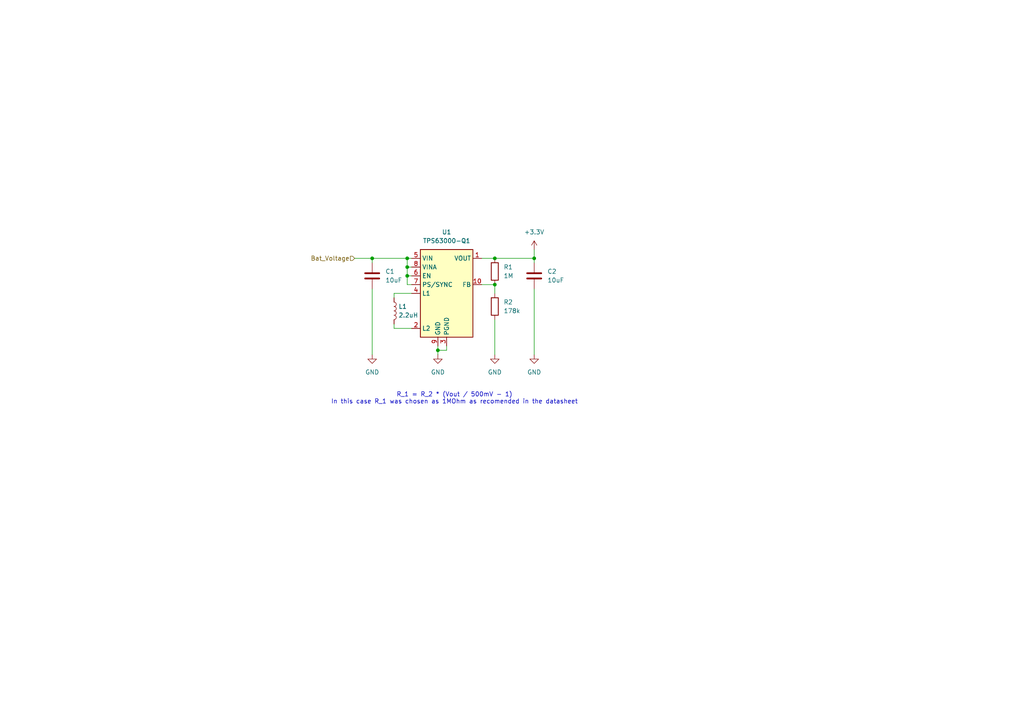
<source format=kicad_sch>
(kicad_sch (version 20250114) (generator "eeschema") (generator_version "9.0")
  (paper "A4")
  (lib_symbols
    (symbol "Device:C" (pin_numbers (hide yes)) (pin_names (offset 0.254))
      (property "Reference" "C" (at 0.635 2.54 0))
      (property "Value" "C" (at 0.635 -2.54 0))
      (symbol "C_0_1"
        (polyline (pts (xy -2.032 0.762) (xy 2.032 0.762)) (stroke (width 0.508)))
        (polyline (pts (xy -2.032 -0.762) (xy 2.032 -0.762)) (stroke (width 0.508)))
      )
      (symbol "C_1_1"
        (pin passive line (at 0 3.81 270) (length 2.794) (name "~") (number "1"))
        (pin passive line (at 0 -3.81 90) (length 2.794) (name "~") (number "2"))
      )
    )
    (symbol "Device:L" (pin_numbers (hide yes)) (pin_names (offset 1.016) (hide yes))
      (property "Reference" "L" (at -1.27 0 90))
      (property "Value" "L" (at 1.905 0 90))
      (symbol "L_0_1"
        (arc (start 0 2.54) (mid 0.6323 1.905) (end 0 1.27))
        (arc (start 0 1.27) (mid 0.6323 0.635) (end 0 0))
        (arc (start 0 0) (mid 0.6323 -0.635) (end 0 -1.27))
        (arc (start 0 -1.27) (mid 0.6323 -1.905) (end 0 -2.54))
      )
      (symbol "L_1_1"
        (pin passive line (at 0 3.81 270) (length 1.27) (name "1") (number "1"))
        (pin passive line (at 0 -3.81 90) (length 1.27) (name "2") (number "2"))
      )
    )
    (symbol "Device:R" (pin_numbers (hide yes)) (pin_names (offset 0))
      (property "Reference" "R" (at 2.032 0 90))
      (property "Value" "R" (at 0 0 90))
      (symbol "R_0_1"
        (rectangle (start -1.016 -2.54) (end 1.016 2.54) (stroke (width 0.254)))
      )
      (symbol "R_1_1"
        (pin passive line (at 0 3.81 270) (length 1.27) (name "~") (number "1"))
        (pin passive line (at 0 -3.81 90) (length 1.27) (name "~") (number "2"))
      )
    )
    (symbol "Regulator_Switching:TPS63000-Q1"
      (property "Reference" "U" (at -7.62 13.97 0))
      (property "Value" "TPS63000-Q1" (at 5.08 13.97 0))
      (symbol "TPS63000-Q1_0_1"
        (rectangle (start -7.62 12.7) (end 7.62 -12.7) (stroke (width 0.254)) (fill (type background)))
      )
      (symbol "TPS63000-Q1_1_1"
        (pin power_in line (at -10.16 10.16 0) (length 2.54) (name "VIN") (number "5"))
        (pin power_in line (at -10.16 7.62 0) (length 2.54) (name "VINA") (number "8"))
        (pin input line (at -10.16 5.08 0) (length 2.54) (name "EN") (number "6"))
        (pin input line (at -10.16 2.54 0) (length 2.54) (name "PS/SYNC") (number "7"))
        (pin input line (at -10.16 0 0) (length 2.54) (name "L1") (number "4"))
        (pin input line (at -10.16 -10.16 0) (length 2.54) (name "L2") (number "2"))
        (pin power_in line (at -2.54 -15.24 90) (length 2.54) (name "GND") (number "9"))
        (pin passive line (at 0 -15.24 90) (length 2.54) (hide yes) (name "PGND") (number "11"))
        (pin power_in line (at 0 -15.24 90) (length 2.54) (name "PGND") (number "3"))
        (pin power_out line (at 10.16 10.16 180) (length 2.54) (name "VOUT") (number "1"))
        (pin input line (at 10.16 2.54 180) (length 2.54) (name "FB") (number "10"))
      )
    )
    (symbol "power:+3.3V" (power) (pin_numbers (hide yes)) (pin_names (offset 0) (hide yes))
      (property "Value" "+3.3V" (at 0 3.556 0))
      (symbol "+3.3V_0_1"
        (polyline (pts (xy -0.762 1.27) (xy 0 2.54)))
        (polyline (pts (xy 0 2.54) (xy 0.762 1.27)))
        (polyline (pts (xy 0 0) (xy 0 2.54)))
      )
      (symbol "+3.3V_1_1"
        (pin power_in line (at 0 0 90) (length 0) (name "~") (number "1"))
      )
    )
    (symbol "power:GND" (power) (pin_numbers (hide yes)) (pin_names (offset 0) (hide yes))
      (property "Value" "GND" (at 0 -3.81 0))
      (symbol "GND_0_1"
        (polyline (pts (xy 0 0) (xy 0 -1.27) (xy 1.27 -1.27) (xy 0 -2.54) (xy -1.27 -1.27) (xy 0 -1.27)))
      )
      (symbol "GND_1_1"
        (pin power_in line (at 0 0 270) (length 0) (name "~") (number "1"))
      )
    )
  )
  (text "R_1 = R_2 * (Vout / 500mV - 1)\nIn this case R_1 was chosen as 1MOhm as recomended in the datasheet" (at 131.826 115.57 0) (effects (font (size 1.27 1.27))))
  (junction (at 127 101.6))
  (junction (at 154.94 74.93))
  (junction (at 118.11 74.93))
  (junction (at 118.11 77.47))
  (junction (at 143.51 74.93))
  (junction (at 143.51 82.55))
  (junction (at 107.95 74.93))
  (junction (at 118.11 80.01))
  (wire (pts (xy 114.3 95.25) (xy 114.3 93.98)))
  (wire (pts (xy 129.54 100.33) (xy 129.54 101.6)))
  (wire (pts (xy 154.94 76.2) (xy 154.94 74.93)))
  (wire (pts (xy 119.38 82.55) (xy 118.11 82.55)))
  (wire (pts (xy 107.95 83.82) (xy 107.95 102.87)))
  (wire (pts (xy 127 101.6) (xy 127 102.87)))
  (wire (pts (xy 154.94 72.39) (xy 154.94 74.93)))
  (wire (pts (xy 129.54 101.6) (xy 127 101.6)))
  (wire (pts (xy 143.51 74.93) (xy 154.94 74.93)))
  (wire (pts (xy 127 100.33) (xy 127 101.6)))
  (wire (pts (xy 118.11 74.93) (xy 119.38 74.93)))
  (wire (pts (xy 118.11 80.01) (xy 118.11 77.47)))
  (wire (pts (xy 139.7 82.55) (xy 143.51 82.55)))
  (wire (pts (xy 114.3 85.09) (xy 119.38 85.09)))
  (wire (pts (xy 107.95 74.93) (xy 118.11 74.93)))
  (wire (pts (xy 139.7 74.93) (xy 143.51 74.93)))
  (wire (pts (xy 118.11 82.55) (xy 118.11 80.01)))
  (wire (pts (xy 143.51 92.71) (xy 143.51 102.87)))
  (wire (pts (xy 143.51 82.55) (xy 143.51 85.09)))
  (wire (pts (xy 107.95 74.93) (xy 107.95 76.2)))
  (wire (pts (xy 102.87 74.93) (xy 107.95 74.93)))
  (wire (pts (xy 118.11 80.01) (xy 119.38 80.01)))
  (wire (pts (xy 154.94 83.82) (xy 154.94 102.87)))
  (wire (pts (xy 114.3 86.36) (xy 114.3 85.09)))
  (wire (pts (xy 118.11 77.47) (xy 119.38 77.47)))
  (wire (pts (xy 119.38 95.25) (xy 114.3 95.25)))
  (wire (pts (xy 118.11 77.47) (xy 118.11 74.93)))
  (hierarchical_label "Bat_Voltage" (shape input) (at 102.87 74.93 180))
  (symbol (lib_id "Device:R") (at 143.51 78.74 0) (unit 1)
    (property "Reference" "R1" (at 146.05 77.4699 0) (effects (justify left)))
    (property "Value" "1M" (at 146.05 80.0099 0) (effects (justify left)))
    (property "Footprint" "Resistor_SMD:R_0603_1608Metric" (effects (hide yes)))
    (property "Description" "Resistor" (effects (hide yes)))
  )
  (symbol (lib_id "power:GND") (at 107.95 102.87 0) (unit 1)
    (property "Reference" "#PWR04" (effects (hide yes)))
    (property "Value" "GND" (at 107.95 107.95 0))
    (property "Description" "Power symbol creates a global label with name \"GND\" , ground" (effects (hide yes)))
  )
  (symbol (lib_id "Device:C") (at 154.94 80.01 0) (unit 1)
    (property "Reference" "C2" (at 158.75 78.7399 0) (effects (justify left)))
    (property "Value" "10uF" (at 158.75 81.2799 0) (effects (justify left)))
    (property "Description" "Unpolarized capacitor" (effects (hide yes)))
  )
  (symbol (lib_id "Device:R") (at 143.51 88.9 0) (unit 1)
    (property "Reference" "R2" (at 146.05 87.6299 0) (effects (justify left)))
    (property "Value" "178k" (at 146.05 90.1699 0) (effects (justify left)))
    (property "Footprint" "Resistor_SMD:R_0603_1608Metric" (effects (hide yes)))
    (property "Description" "Resistor" (effects (hide yes)))
  )
  (symbol (lib_id "power:GND") (at 127 102.87 0) (unit 1)
    (property "Reference" "#PWR02" (effects (hide yes)))
    (property "Value" "GND" (at 127 107.95 0))
    (property "Description" "Power symbol creates a global label with name \"GND\" , ground" (effects (hide yes)))
  )
  (symbol (lib_id "Device:L") (at 114.3 90.17 0) (unit 1)
    (property "Reference" "L1" (at 115.57 88.8999 0) (effects (justify left)))
    (property "Value" "2.2uH" (at 115.57 91.4399 0) (effects (justify left)))
    (property "Footprint" "Inductor_SMD:L_0805_2012Metric" (effects (hide yes)))
    (property "Description" "Inductor" (effects (hide yes)))
  )
  (symbol (lib_id "power:GND") (at 154.94 102.87 0) (unit 1)
    (property "Reference" "#PWR05" (effects (hide yes)))
    (property "Value" "GND" (at 154.94 107.95 0))
    (property "Description" "Power symbol creates a global label with name \"GND\" , ground" (effects (hide yes)))
  )
  (symbol (lib_id "Regulator_Switching:TPS63000-Q1") (at 129.54 85.09 0) (unit 1)
    (property "Reference" "U1" (at 129.54 67.31 0))
    (property "Value" "TPS63000-Q1" (at 129.54 69.85 0))
    (property "Footprint" "Package_SON:Texas_DRC0010J_ThermalVias" (effects (hide yes)))
    (property "Datasheet" "http://www.ti.com/lit/ds/symlink/tps63000-q1.pdf" (effects (hide yes)))
    (property "Description" "Buck-Boost Converter, 1.8-5.5V Input Voltage, 1.8A Switch Current, Adjustable 1.2-5.5V Output Voltage, Automotive, VSON-10" (effects (hide yes)))
  )
  (symbol (lib_id "power:+3.3V") (at 154.94 72.39 0) (unit 1)
    (property "Reference" "#PWR03" (effects (hide yes)))
    (property "Value" "+3.3V" (at 154.94 67.31 0))
    (property "Description" "Power symbol creates a global label with name \"+3.3V\"" (effects (hide yes)))
  )
  (symbol (lib_id "Device:C") (at 107.95 80.01 0) (unit 1)
    (property "Reference" "C1" (at 111.76 78.7399 0) (effects (justify left)))
    (property "Value" "10uF" (at 111.76 81.2799 0) (effects (justify left)))
    (property "Footprint" "Capacitor_SMD:C_0603_1608Metric" (effects (hide yes)))
    (property "Description" "Unpolarized capacitor" (effects (hide yes)))
  )
  (symbol (lib_id "power:GND") (at 143.51 102.87 0) (unit 1)
    (property "Reference" "#PWR01" (effects (hide yes)))
    (property "Value" "GND" (at 143.51 107.95 0))
    (property "Description" "Power symbol creates a global label with name \"GND\" , ground" (effects (hide yes)))
  )
)
</source>
